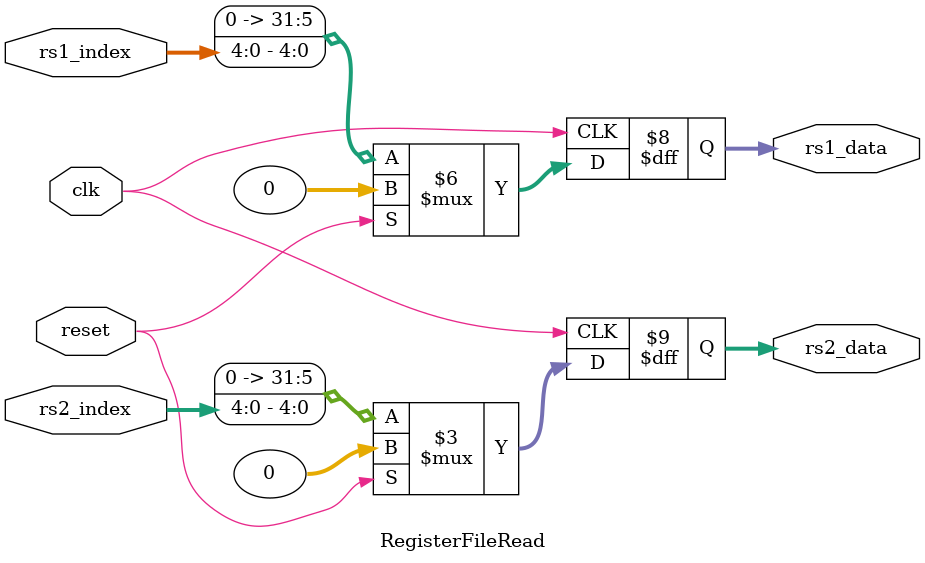
<source format=v>
module RegisterFileRead (
  input [4:0] rs1_index,
  input [4:0] rs2_index,
  output reg [31:0] rs1_data,
  output reg [31:0] rs2_data,
  input clk,
  input reset
);

  always @(posedge clk) begin
    if (reset) begin
      rs1_data <= 32'h0; // Reset the rs1_data output to zero
      rs2_data <= 32'h0; // Reset the rs2_data output to zero
    end
    else begin
      rs1_data <= rs1_index; // Read rs1_data from the register file based on rs1_index
      rs2_data <= rs2_index; // Read rs2_data from the register file based on rs2_index
    end
    end
endmodule

</source>
